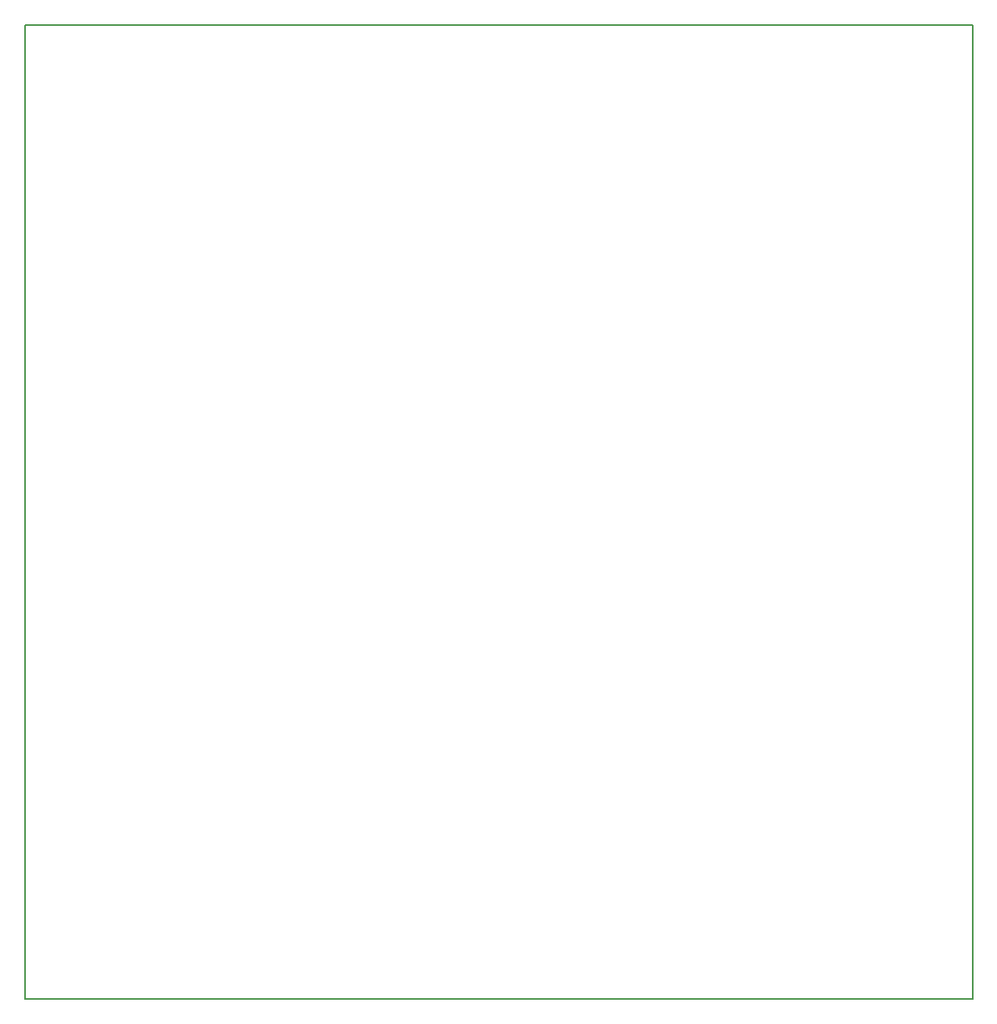
<source format=gko>
G04 Layer_Color=16711935*
%FSLAX25Y25*%
%MOIN*%
G70*
G01*
G75*
%ADD29C,0.00787*%
D29*
X0Y0D02*
Y401575D01*
X391000D01*
X0Y0D02*
X391000D01*
Y401575D01*
M02*

</source>
